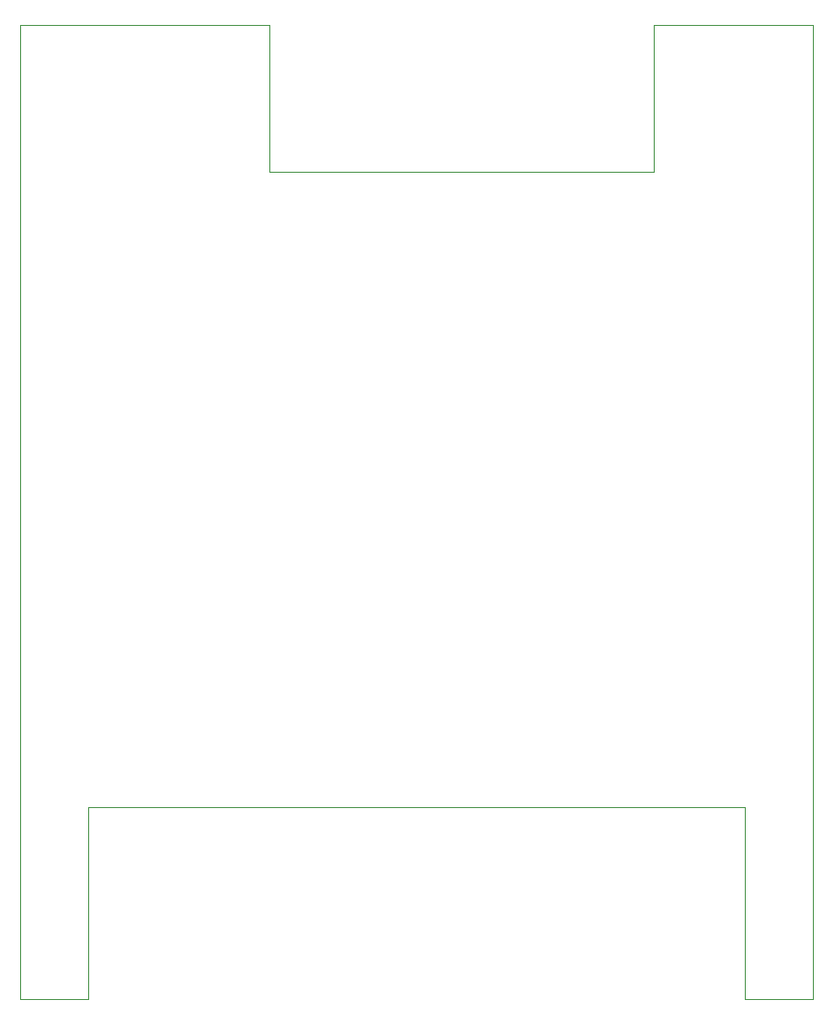
<source format=gbr>
%TF.GenerationSoftware,KiCad,Pcbnew,8.0.4*%
%TF.CreationDate,2025-01-16T20:27:34-05:00*%
%TF.ProjectId,eclipseControlPCB,65636c69-7073-4654-936f-6e74726f6c50,rev?*%
%TF.SameCoordinates,Original*%
%TF.FileFunction,Profile,NP*%
%FSLAX46Y46*%
G04 Gerber Fmt 4.6, Leading zero omitted, Abs format (unit mm)*
G04 Created by KiCad (PCBNEW 8.0.4) date 2025-01-16 20:27:34*
%MOMM*%
%LPD*%
G01*
G04 APERTURE LIST*
%TA.AperFunction,Profile*%
%ADD10C,0.050000*%
%TD*%
G04 APERTURE END LIST*
D10*
X22000000Y-106000000D02*
X22000000Y-20000000D01*
X78000000Y-33000000D02*
X78000000Y-20000000D01*
X28000000Y-106000000D02*
X28000000Y-89000000D01*
X92000000Y-20000000D02*
X92000000Y-106000000D01*
X28000000Y-106000000D02*
X22000000Y-106000000D01*
X22000000Y-20000000D02*
X44000000Y-20000000D01*
X44000000Y-20000000D02*
X44000000Y-33000000D01*
X86000000Y-106000000D02*
X86000000Y-89000000D01*
X86000000Y-89000000D02*
X28000000Y-89000000D01*
X78000000Y-20000000D02*
X92000000Y-20000000D01*
X92000000Y-106000000D02*
X86000000Y-106000000D01*
X44000000Y-33000000D02*
X78000000Y-33000000D01*
M02*

</source>
